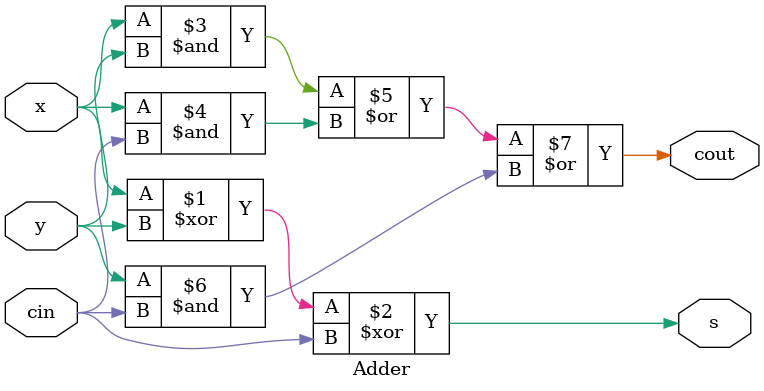
<source format=v>
module Adder (
	input wire x, 
	input wire y, 
	input wire cin, 
	output wire s, 
	output wire cout);
	
	// si = xi xor yi xor ci
	assign s = x^y^cin;
	
	// ci+1 = xi*yi + xi*ci + yi*ci
	assign cout = (x & y) | (x & cin) | (y & cin);

endmodule
</source>
